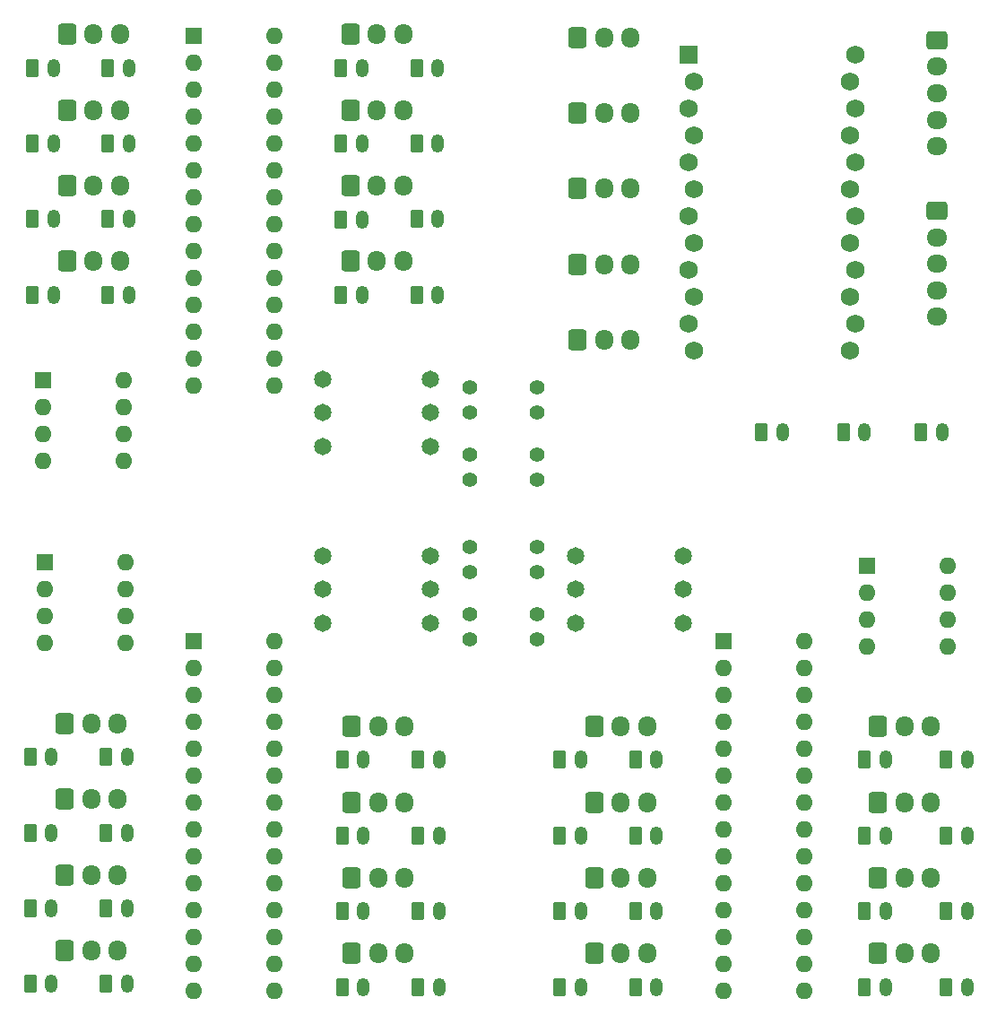
<source format=gbs>
G04 #@! TF.GenerationSoftware,KiCad,Pcbnew,(6.0.7)*
G04 #@! TF.CreationDate,2022-09-26T20:42:46+09:00*
G04 #@! TF.ProjectId,xi_cont,78695f63-6f6e-4742-9e6b-696361645f70,rev?*
G04 #@! TF.SameCoordinates,Original*
G04 #@! TF.FileFunction,Soldermask,Bot*
G04 #@! TF.FilePolarity,Negative*
%FSLAX46Y46*%
G04 Gerber Fmt 4.6, Leading zero omitted, Abs format (unit mm)*
G04 Created by KiCad (PCBNEW (6.0.7)) date 2022-09-26 20:42:46*
%MOMM*%
%LPD*%
G01*
G04 APERTURE LIST*
G04 Aperture macros list*
%AMRoundRect*
0 Rectangle with rounded corners*
0 $1 Rounding radius*
0 $2 $3 $4 $5 $6 $7 $8 $9 X,Y pos of 4 corners*
0 Add a 4 corners polygon primitive as box body*
4,1,4,$2,$3,$4,$5,$6,$7,$8,$9,$2,$3,0*
0 Add four circle primitives for the rounded corners*
1,1,$1+$1,$2,$3*
1,1,$1+$1,$4,$5*
1,1,$1+$1,$6,$7*
1,1,$1+$1,$8,$9*
0 Add four rect primitives between the rounded corners*
20,1,$1+$1,$2,$3,$4,$5,0*
20,1,$1+$1,$4,$5,$6,$7,0*
20,1,$1+$1,$6,$7,$8,$9,0*
20,1,$1+$1,$8,$9,$2,$3,0*%
G04 Aperture macros list end*
%ADD10RoundRect,0.250000X-0.600000X-0.725000X0.600000X-0.725000X0.600000X0.725000X-0.600000X0.725000X0*%
%ADD11O,1.700000X1.950000*%
%ADD12C,1.651000*%
%ADD13RoundRect,0.250000X-0.350000X-0.625000X0.350000X-0.625000X0.350000X0.625000X-0.350000X0.625000X0*%
%ADD14O,1.200000X1.750000*%
%ADD15R,1.600000X1.600000*%
%ADD16O,1.600000X1.600000*%
%ADD17C,1.400000*%
%ADD18R,1.752600X1.752600*%
%ADD19C,1.752600*%
%ADD20RoundRect,0.250000X-0.725000X0.600000X-0.725000X-0.600000X0.725000X-0.600000X0.725000X0.600000X0*%
%ADD21O,1.950000X1.700000*%
G04 APERTURE END LIST*
D10*
X41362500Y-57150000D03*
D11*
X43862500Y-57150000D03*
X46362500Y-57150000D03*
D10*
X91162500Y-129650000D03*
D11*
X93662500Y-129650000D03*
X96162500Y-129650000D03*
D10*
X68143800Y-50006200D03*
D11*
X70643800Y-50006200D03*
X73143800Y-50006200D03*
D12*
X99536300Y-98425000D03*
X89376300Y-98425000D03*
D13*
X45243800Y-46012500D03*
D14*
X47243800Y-46012500D03*
D13*
X37893800Y-132531200D03*
D14*
X39893800Y-132531200D03*
D10*
X68262500Y-108218700D03*
D11*
X70762500Y-108218700D03*
X73262500Y-108218700D03*
D13*
X67262500Y-60325000D03*
D14*
X69262500Y-60325000D03*
D15*
X39296300Y-92730000D03*
D16*
X39296300Y-95270000D03*
X39296300Y-97810000D03*
X39296300Y-100350000D03*
X46916300Y-100350000D03*
X46916300Y-97810000D03*
X46916300Y-95270000D03*
X46916300Y-92730000D03*
D13*
X45243800Y-60300000D03*
D14*
X47243800Y-60300000D03*
D10*
X41156300Y-107950000D03*
D11*
X43656300Y-107950000D03*
X46156300Y-107950000D03*
D17*
X79375000Y-91281200D03*
X79375000Y-93662500D03*
D13*
X67381300Y-111368700D03*
D14*
X69381300Y-111368700D03*
D13*
X124412500Y-132800000D03*
D14*
X126412500Y-132800000D03*
D13*
X45037500Y-111100000D03*
D14*
X47037500Y-111100000D03*
D10*
X41156300Y-129381200D03*
D11*
X43656300Y-129381200D03*
X46156300Y-129381200D03*
D17*
X79375000Y-82550000D03*
D13*
X116681300Y-132800000D03*
D14*
X118681300Y-132800000D03*
D10*
X41156300Y-122237500D03*
D11*
X43656300Y-122237500D03*
X46156300Y-122237500D03*
D18*
X100101400Y-44767500D03*
D19*
X100558600Y-47307500D03*
X100101400Y-49847500D03*
X100558600Y-52387500D03*
X100101400Y-54927500D03*
X100558600Y-57467500D03*
X100101400Y-60007500D03*
X100558600Y-62547500D03*
X100101400Y-65087500D03*
X100558600Y-67627500D03*
X100101400Y-70167500D03*
X100558600Y-72707500D03*
X115341400Y-72707500D03*
X115798600Y-70167500D03*
X115341400Y-67627500D03*
X115798600Y-65087500D03*
X115341400Y-62547500D03*
X115798600Y-60007500D03*
X115341400Y-57467500D03*
X115798600Y-54927500D03*
X115341400Y-52387500D03*
X115798600Y-49847500D03*
X115341400Y-47307500D03*
X115798600Y-44767500D03*
D17*
X85725000Y-82550000D03*
D10*
X117943800Y-129650000D03*
D11*
X120443800Y-129650000D03*
X122943800Y-129650000D03*
D13*
X124412500Y-111368700D03*
D14*
X126412500Y-111368700D03*
D13*
X74525000Y-118512500D03*
D14*
X76525000Y-118512500D03*
D17*
X79375000Y-97631200D03*
D15*
X39095000Y-75548700D03*
D16*
X39095000Y-78088700D03*
X39095000Y-80628700D03*
X39095000Y-83168700D03*
X46715000Y-83168700D03*
X46715000Y-80628700D03*
X46715000Y-78088700D03*
X46715000Y-75548700D03*
D12*
X65563800Y-78581200D03*
X75723800Y-78581200D03*
X65563800Y-75406200D03*
X75723800Y-75406200D03*
D10*
X89575000Y-43131200D03*
D11*
X92075000Y-43131200D03*
X94575000Y-43131200D03*
D17*
X85725000Y-100012500D03*
D13*
X74406300Y-60300000D03*
D14*
X76406300Y-60300000D03*
D17*
X85725000Y-78581200D03*
D13*
X74525000Y-125656200D03*
D14*
X76525000Y-125656200D03*
D13*
X95043800Y-132800000D03*
D14*
X97043800Y-132800000D03*
D13*
X124412500Y-125656200D03*
D14*
X126412500Y-125656200D03*
D13*
X116681300Y-111368700D03*
D14*
X118681300Y-111368700D03*
D13*
X87900000Y-125656200D03*
D14*
X89900000Y-125656200D03*
D10*
X91162500Y-122506200D03*
D11*
X93662500Y-122506200D03*
X96162500Y-122506200D03*
D13*
X45037500Y-132531200D03*
D14*
X47037500Y-132531200D03*
D13*
X95043800Y-125656200D03*
D14*
X97043800Y-125656200D03*
D12*
X65563800Y-81756200D03*
X75723800Y-81756200D03*
D10*
X89575000Y-71706200D03*
D11*
X92075000Y-71706200D03*
X94575000Y-71706200D03*
D13*
X87900000Y-111368700D03*
D14*
X89900000Y-111368700D03*
D13*
X37893800Y-111100000D03*
D14*
X39893800Y-111100000D03*
D10*
X68262500Y-122506200D03*
D11*
X70762500Y-122506200D03*
X73262500Y-122506200D03*
D15*
X103356300Y-100181200D03*
D16*
X103356300Y-102721200D03*
X103356300Y-105261200D03*
X103356300Y-107801200D03*
X103356300Y-110341200D03*
X103356300Y-112881200D03*
X103356300Y-115421200D03*
X103356300Y-117961200D03*
X103356300Y-120501200D03*
X103356300Y-123041200D03*
X103356300Y-125581200D03*
X103356300Y-128121200D03*
X103356300Y-130661200D03*
X103356300Y-133201200D03*
X110976300Y-133201200D03*
X110976300Y-130661200D03*
X110976300Y-128121200D03*
X110976300Y-125581200D03*
X110976300Y-123041200D03*
X110976300Y-120501200D03*
X110976300Y-117961200D03*
X110976300Y-115421200D03*
X110976300Y-112881200D03*
X110976300Y-110341200D03*
X110976300Y-107801200D03*
X110976300Y-105261200D03*
X110976300Y-102721200D03*
X110976300Y-100181200D03*
D13*
X116681300Y-118512500D03*
D14*
X118681300Y-118512500D03*
D15*
X53350000Y-43031200D03*
D16*
X53350000Y-45571200D03*
X53350000Y-48111200D03*
X53350000Y-50651200D03*
X53350000Y-53191200D03*
X53350000Y-55731200D03*
X53350000Y-58271200D03*
X53350000Y-60811200D03*
X53350000Y-63351200D03*
X53350000Y-65891200D03*
X53350000Y-68431200D03*
X53350000Y-70971200D03*
X53350000Y-73511200D03*
X53350000Y-76051200D03*
X60970000Y-76051200D03*
X60970000Y-73511200D03*
X60970000Y-70971200D03*
X60970000Y-68431200D03*
X60970000Y-65891200D03*
X60970000Y-63351200D03*
X60970000Y-60811200D03*
X60970000Y-58271200D03*
X60970000Y-55731200D03*
X60970000Y-53191200D03*
X60970000Y-50651200D03*
X60970000Y-48111200D03*
X60970000Y-45571200D03*
X60970000Y-43031200D03*
D13*
X74406300Y-67443700D03*
D14*
X76406300Y-67443700D03*
D10*
X41362500Y-42862500D03*
D11*
X43862500Y-42862500D03*
X46362500Y-42862500D03*
D13*
X37893800Y-125387500D03*
D14*
X39893800Y-125387500D03*
D13*
X45243800Y-53156200D03*
D14*
X47243800Y-53156200D03*
D13*
X74406300Y-53156200D03*
D14*
X76406300Y-53156200D03*
D10*
X89575000Y-50275000D03*
D11*
X92075000Y-50275000D03*
X94575000Y-50275000D03*
D10*
X68143800Y-64293700D03*
D11*
X70643800Y-64293700D03*
X73143800Y-64293700D03*
D10*
X89575000Y-57418700D03*
D11*
X92075000Y-57418700D03*
X94575000Y-57418700D03*
D17*
X85725000Y-93662500D03*
D13*
X122031300Y-80412500D03*
D14*
X124031300Y-80412500D03*
D13*
X45243800Y-67443700D03*
D14*
X47243800Y-67443700D03*
D13*
X67381300Y-132800000D03*
D14*
X69381300Y-132800000D03*
D13*
X38100000Y-60300000D03*
D14*
X40100000Y-60300000D03*
D13*
X124412500Y-118512500D03*
D14*
X126412500Y-118512500D03*
D12*
X99536300Y-92075000D03*
X89376300Y-92075000D03*
D17*
X85725000Y-76200000D03*
D13*
X37893800Y-118243700D03*
D14*
X39893800Y-118243700D03*
D17*
X79375000Y-76200000D03*
D13*
X38100000Y-67443700D03*
D14*
X40100000Y-67443700D03*
D10*
X91162500Y-115362500D03*
D11*
X93662500Y-115362500D03*
X96162500Y-115362500D03*
D17*
X85725000Y-91281200D03*
D13*
X95043800Y-118512500D03*
D14*
X97043800Y-118512500D03*
D10*
X91162500Y-108218700D03*
D11*
X93662500Y-108218700D03*
X96162500Y-108218700D03*
D10*
X68143800Y-57150000D03*
D11*
X70643800Y-57150000D03*
X73143800Y-57150000D03*
D17*
X79375000Y-84931200D03*
D13*
X87900000Y-132800000D03*
D14*
X89900000Y-132800000D03*
D10*
X68143800Y-42862500D03*
D11*
X70643800Y-42862500D03*
X73143800Y-42862500D03*
D17*
X85725000Y-97631200D03*
X79375000Y-100012500D03*
D12*
X65563800Y-92075000D03*
X75723800Y-92075000D03*
X99536300Y-95250000D03*
X89376300Y-95250000D03*
D10*
X68262500Y-129650000D03*
D11*
X70762500Y-129650000D03*
X73262500Y-129650000D03*
D10*
X117943800Y-115362500D03*
D11*
X120443800Y-115362500D03*
X122943800Y-115362500D03*
D10*
X117943800Y-122506200D03*
D11*
X120443800Y-122506200D03*
X122943800Y-122506200D03*
D10*
X41156300Y-115093700D03*
D11*
X43656300Y-115093700D03*
X46156300Y-115093700D03*
D15*
X116882500Y-93037500D03*
D16*
X116882500Y-95577500D03*
X116882500Y-98117500D03*
X116882500Y-100657500D03*
X124502500Y-100657500D03*
X124502500Y-98117500D03*
X124502500Y-95577500D03*
X124502500Y-93037500D03*
D12*
X65563800Y-98425000D03*
X75723800Y-98425000D03*
D20*
X123556300Y-59531250D03*
D21*
X123556300Y-62031250D03*
X123556300Y-64531250D03*
X123556300Y-67031250D03*
X123556300Y-69531250D03*
D10*
X89575000Y-64562500D03*
D11*
X92075000Y-64562500D03*
X94575000Y-64562500D03*
D17*
X79375000Y-78581200D03*
D10*
X41362500Y-64293700D03*
D11*
X43862500Y-64293700D03*
X46362500Y-64293700D03*
D17*
X85725000Y-84931200D03*
D13*
X67381300Y-118512500D03*
D14*
X69381300Y-118512500D03*
D13*
X116681300Y-125656200D03*
D14*
X118681300Y-125656200D03*
D13*
X67262500Y-46012500D03*
D14*
X69262500Y-46012500D03*
D13*
X74525000Y-132800000D03*
D14*
X76525000Y-132800000D03*
D10*
X117943800Y-108218700D03*
D11*
X120443800Y-108218700D03*
X122943800Y-108218700D03*
D10*
X68262500Y-115362500D03*
D11*
X70762500Y-115362500D03*
X73262500Y-115362500D03*
D13*
X45037500Y-125387500D03*
D14*
X47037500Y-125387500D03*
D13*
X74406300Y-46012500D03*
D14*
X76406300Y-46012500D03*
D12*
X65563800Y-95250000D03*
X75723800Y-95250000D03*
D13*
X67262500Y-67443700D03*
D14*
X69262500Y-67443700D03*
D13*
X74525000Y-111368700D03*
D14*
X76525000Y-111368700D03*
D13*
X67262500Y-53156200D03*
D14*
X69262500Y-53156200D03*
D13*
X87900000Y-118512500D03*
D14*
X89900000Y-118512500D03*
D10*
X41362500Y-50006200D03*
D11*
X43862500Y-50006200D03*
X46362500Y-50006200D03*
D13*
X67381300Y-125656200D03*
D14*
X69381300Y-125656200D03*
D13*
X106950000Y-80412500D03*
D14*
X108950000Y-80412500D03*
D13*
X38100000Y-46012500D03*
D14*
X40100000Y-46012500D03*
D20*
X123556300Y-43418700D03*
D21*
X123556300Y-45918700D03*
X123556300Y-48418700D03*
X123556300Y-50918700D03*
X123556300Y-53418700D03*
D15*
X53350000Y-100181200D03*
D16*
X53350000Y-102721200D03*
X53350000Y-105261200D03*
X53350000Y-107801200D03*
X53350000Y-110341200D03*
X53350000Y-112881200D03*
X53350000Y-115421200D03*
X53350000Y-117961200D03*
X53350000Y-120501200D03*
X53350000Y-123041200D03*
X53350000Y-125581200D03*
X53350000Y-128121200D03*
X53350000Y-130661200D03*
X53350000Y-133201200D03*
X60970000Y-133201200D03*
X60970000Y-130661200D03*
X60970000Y-128121200D03*
X60970000Y-125581200D03*
X60970000Y-123041200D03*
X60970000Y-120501200D03*
X60970000Y-117961200D03*
X60970000Y-115421200D03*
X60970000Y-112881200D03*
X60970000Y-110341200D03*
X60970000Y-107801200D03*
X60970000Y-105261200D03*
X60970000Y-102721200D03*
X60970000Y-100181200D03*
D13*
X38100000Y-53156200D03*
D14*
X40100000Y-53156200D03*
D13*
X45037500Y-118243700D03*
D14*
X47037500Y-118243700D03*
D13*
X95043800Y-111368700D03*
D14*
X97043800Y-111368700D03*
D13*
X114681300Y-80412500D03*
D14*
X116681300Y-80412500D03*
M02*

</source>
